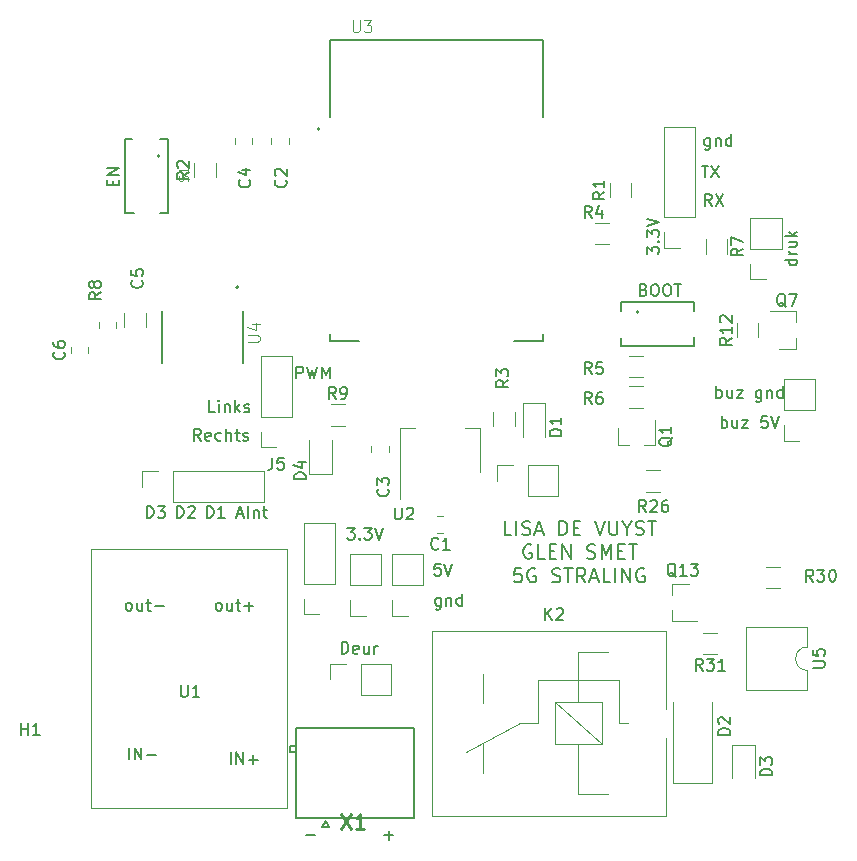
<source format=gto>
G04 #@! TF.GenerationSoftware,KiCad,Pcbnew,(5.1.9)-1*
G04 #@! TF.CreationDate,2021-04-08T22:43:58+02:00*
G04 #@! TF.ProjectId,autopcb,6175746f-7063-4622-9e6b-696361645f70,rev?*
G04 #@! TF.SameCoordinates,Original*
G04 #@! TF.FileFunction,Legend,Top*
G04 #@! TF.FilePolarity,Positive*
%FSLAX46Y46*%
G04 Gerber Fmt 4.6, Leading zero omitted, Abs format (unit mm)*
G04 Created by KiCad (PCBNEW (5.1.9)-1) date 2021-04-08 22:43:58*
%MOMM*%
%LPD*%
G01*
G04 APERTURE LIST*
%ADD10C,0.150000*%
%ADD11C,0.200000*%
%ADD12C,0.127000*%
%ADD13C,0.120000*%
%ADD14C,0.015000*%
%ADD15C,0.228600*%
G04 APERTURE END LIST*
D10*
X140779547Y-100972928D02*
X141541452Y-100972928D01*
X141160500Y-101353880D02*
X141160500Y-100591976D01*
X134175547Y-100972928D02*
X134937452Y-100972928D01*
X137168119Y-85605880D02*
X137168119Y-84605880D01*
X137406214Y-84605880D01*
X137549071Y-84653500D01*
X137644309Y-84748738D01*
X137691928Y-84843976D01*
X137739547Y-85034452D01*
X137739547Y-85177309D01*
X137691928Y-85367785D01*
X137644309Y-85463023D01*
X137549071Y-85558261D01*
X137406214Y-85605880D01*
X137168119Y-85605880D01*
X138549071Y-85558261D02*
X138453833Y-85605880D01*
X138263357Y-85605880D01*
X138168119Y-85558261D01*
X138120500Y-85463023D01*
X138120500Y-85082071D01*
X138168119Y-84986833D01*
X138263357Y-84939214D01*
X138453833Y-84939214D01*
X138549071Y-84986833D01*
X138596690Y-85082071D01*
X138596690Y-85177309D01*
X138120500Y-85272547D01*
X139453833Y-84939214D02*
X139453833Y-85605880D01*
X139025261Y-84939214D02*
X139025261Y-85463023D01*
X139072880Y-85558261D01*
X139168119Y-85605880D01*
X139310976Y-85605880D01*
X139406214Y-85558261D01*
X139453833Y-85510642D01*
X139930023Y-85605880D02*
X139930023Y-84939214D01*
X139930023Y-85129690D02*
X139977642Y-85034452D01*
X140025261Y-84986833D01*
X140120500Y-84939214D01*
X140215738Y-84939214D01*
X120673904Y-74112380D02*
X120673904Y-73112380D01*
X120912000Y-73112380D01*
X121054857Y-73160000D01*
X121150095Y-73255238D01*
X121197714Y-73350476D01*
X121245333Y-73540952D01*
X121245333Y-73683809D01*
X121197714Y-73874285D01*
X121150095Y-73969523D01*
X121054857Y-74064761D01*
X120912000Y-74112380D01*
X120673904Y-74112380D01*
X121578666Y-73112380D02*
X122197714Y-73112380D01*
X121864380Y-73493333D01*
X122007238Y-73493333D01*
X122102476Y-73540952D01*
X122150095Y-73588571D01*
X122197714Y-73683809D01*
X122197714Y-73921904D01*
X122150095Y-74017142D01*
X122102476Y-74064761D01*
X122007238Y-74112380D01*
X121721523Y-74112380D01*
X121626285Y-74064761D01*
X121578666Y-74017142D01*
X123213904Y-74112380D02*
X123213904Y-73112380D01*
X123452000Y-73112380D01*
X123594857Y-73160000D01*
X123690095Y-73255238D01*
X123737714Y-73350476D01*
X123785333Y-73540952D01*
X123785333Y-73683809D01*
X123737714Y-73874285D01*
X123690095Y-73969523D01*
X123594857Y-74064761D01*
X123452000Y-74112380D01*
X123213904Y-74112380D01*
X124166285Y-73207619D02*
X124213904Y-73160000D01*
X124309142Y-73112380D01*
X124547238Y-73112380D01*
X124642476Y-73160000D01*
X124690095Y-73207619D01*
X124737714Y-73302857D01*
X124737714Y-73398095D01*
X124690095Y-73540952D01*
X124118666Y-74112380D01*
X124737714Y-74112380D01*
X125753904Y-74112380D02*
X125753904Y-73112380D01*
X125992000Y-73112380D01*
X126134857Y-73160000D01*
X126230095Y-73255238D01*
X126277714Y-73350476D01*
X126325333Y-73540952D01*
X126325333Y-73683809D01*
X126277714Y-73874285D01*
X126230095Y-73969523D01*
X126134857Y-74064761D01*
X125992000Y-74112380D01*
X125753904Y-74112380D01*
X127277714Y-74112380D02*
X126706285Y-74112380D01*
X126992000Y-74112380D02*
X126992000Y-73112380D01*
X126896761Y-73255238D01*
X126801523Y-73350476D01*
X126706285Y-73398095D01*
X128325714Y-73826666D02*
X128801904Y-73826666D01*
X128230476Y-74112380D02*
X128563809Y-73112380D01*
X128897142Y-74112380D01*
X129230476Y-74112380D02*
X129230476Y-73112380D01*
X129706666Y-73445714D02*
X129706666Y-74112380D01*
X129706666Y-73540952D02*
X129754285Y-73493333D01*
X129849523Y-73445714D01*
X129992380Y-73445714D01*
X130087619Y-73493333D01*
X130135238Y-73588571D01*
X130135238Y-74112380D01*
X130468571Y-73445714D02*
X130849523Y-73445714D01*
X130611428Y-73112380D02*
X130611428Y-73969523D01*
X130659047Y-74064761D01*
X130754285Y-74112380D01*
X130849523Y-74112380D01*
X125246023Y-67571880D02*
X124912690Y-67095690D01*
X124674595Y-67571880D02*
X124674595Y-66571880D01*
X125055547Y-66571880D01*
X125150785Y-66619500D01*
X125198404Y-66667119D01*
X125246023Y-66762357D01*
X125246023Y-66905214D01*
X125198404Y-67000452D01*
X125150785Y-67048071D01*
X125055547Y-67095690D01*
X124674595Y-67095690D01*
X126055547Y-67524261D02*
X125960309Y-67571880D01*
X125769833Y-67571880D01*
X125674595Y-67524261D01*
X125626976Y-67429023D01*
X125626976Y-67048071D01*
X125674595Y-66952833D01*
X125769833Y-66905214D01*
X125960309Y-66905214D01*
X126055547Y-66952833D01*
X126103166Y-67048071D01*
X126103166Y-67143309D01*
X125626976Y-67238547D01*
X126960309Y-67524261D02*
X126865071Y-67571880D01*
X126674595Y-67571880D01*
X126579357Y-67524261D01*
X126531738Y-67476642D01*
X126484119Y-67381404D01*
X126484119Y-67095690D01*
X126531738Y-67000452D01*
X126579357Y-66952833D01*
X126674595Y-66905214D01*
X126865071Y-66905214D01*
X126960309Y-66952833D01*
X127388880Y-67571880D02*
X127388880Y-66571880D01*
X127817452Y-67571880D02*
X127817452Y-67048071D01*
X127769833Y-66952833D01*
X127674595Y-66905214D01*
X127531738Y-66905214D01*
X127436500Y-66952833D01*
X127388880Y-67000452D01*
X128150785Y-66905214D02*
X128531738Y-66905214D01*
X128293642Y-66571880D02*
X128293642Y-67429023D01*
X128341261Y-67524261D01*
X128436500Y-67571880D01*
X128531738Y-67571880D01*
X128817452Y-67524261D02*
X128912690Y-67571880D01*
X129103166Y-67571880D01*
X129198404Y-67524261D01*
X129246023Y-67429023D01*
X129246023Y-67381404D01*
X129198404Y-67286166D01*
X129103166Y-67238547D01*
X128960309Y-67238547D01*
X128865071Y-67190928D01*
X128817452Y-67095690D01*
X128817452Y-67048071D01*
X128865071Y-66952833D01*
X128960309Y-66905214D01*
X129103166Y-66905214D01*
X129198404Y-66952833D01*
X126444523Y-65158880D02*
X125968333Y-65158880D01*
X125968333Y-64158880D01*
X126777857Y-65158880D02*
X126777857Y-64492214D01*
X126777857Y-64158880D02*
X126730238Y-64206500D01*
X126777857Y-64254119D01*
X126825476Y-64206500D01*
X126777857Y-64158880D01*
X126777857Y-64254119D01*
X127254047Y-64492214D02*
X127254047Y-65158880D01*
X127254047Y-64587452D02*
X127301666Y-64539833D01*
X127396904Y-64492214D01*
X127539761Y-64492214D01*
X127635000Y-64539833D01*
X127682619Y-64635071D01*
X127682619Y-65158880D01*
X128158809Y-65158880D02*
X128158809Y-64158880D01*
X128254047Y-64777928D02*
X128539761Y-65158880D01*
X128539761Y-64492214D02*
X128158809Y-64873166D01*
X128920714Y-65111261D02*
X129015952Y-65158880D01*
X129206428Y-65158880D01*
X129301666Y-65111261D01*
X129349285Y-65016023D01*
X129349285Y-64968404D01*
X129301666Y-64873166D01*
X129206428Y-64825547D01*
X129063571Y-64825547D01*
X128968333Y-64777928D01*
X128920714Y-64682690D01*
X128920714Y-64635071D01*
X128968333Y-64539833D01*
X129063571Y-64492214D01*
X129206428Y-64492214D01*
X129301666Y-64539833D01*
X133342238Y-62301380D02*
X133342238Y-61301380D01*
X133723190Y-61301380D01*
X133818428Y-61349000D01*
X133866047Y-61396619D01*
X133913666Y-61491857D01*
X133913666Y-61634714D01*
X133866047Y-61729952D01*
X133818428Y-61777571D01*
X133723190Y-61825190D01*
X133342238Y-61825190D01*
X134247000Y-61301380D02*
X134485095Y-62301380D01*
X134675571Y-61587095D01*
X134866047Y-62301380D01*
X135104142Y-61301380D01*
X135485095Y-62301380D02*
X135485095Y-61301380D01*
X135818428Y-62015666D01*
X136151761Y-61301380D01*
X136151761Y-62301380D01*
X162726857Y-54792571D02*
X162869714Y-54840190D01*
X162917333Y-54887809D01*
X162964952Y-54983047D01*
X162964952Y-55125904D01*
X162917333Y-55221142D01*
X162869714Y-55268761D01*
X162774476Y-55316380D01*
X162393523Y-55316380D01*
X162393523Y-54316380D01*
X162726857Y-54316380D01*
X162822095Y-54364000D01*
X162869714Y-54411619D01*
X162917333Y-54506857D01*
X162917333Y-54602095D01*
X162869714Y-54697333D01*
X162822095Y-54744952D01*
X162726857Y-54792571D01*
X162393523Y-54792571D01*
X163584000Y-54316380D02*
X163774476Y-54316380D01*
X163869714Y-54364000D01*
X163964952Y-54459238D01*
X164012571Y-54649714D01*
X164012571Y-54983047D01*
X163964952Y-55173523D01*
X163869714Y-55268761D01*
X163774476Y-55316380D01*
X163584000Y-55316380D01*
X163488761Y-55268761D01*
X163393523Y-55173523D01*
X163345904Y-54983047D01*
X163345904Y-54649714D01*
X163393523Y-54459238D01*
X163488761Y-54364000D01*
X163584000Y-54316380D01*
X164631619Y-54316380D02*
X164822095Y-54316380D01*
X164917333Y-54364000D01*
X165012571Y-54459238D01*
X165060190Y-54649714D01*
X165060190Y-54983047D01*
X165012571Y-55173523D01*
X164917333Y-55268761D01*
X164822095Y-55316380D01*
X164631619Y-55316380D01*
X164536380Y-55268761D01*
X164441142Y-55173523D01*
X164393523Y-54983047D01*
X164393523Y-54649714D01*
X164441142Y-54459238D01*
X164536380Y-54364000D01*
X164631619Y-54316380D01*
X165345904Y-54316380D02*
X165917333Y-54316380D01*
X165631619Y-55316380D02*
X165631619Y-54316380D01*
X117784571Y-45950095D02*
X117784571Y-45616761D01*
X118308380Y-45473904D02*
X118308380Y-45950095D01*
X117308380Y-45950095D01*
X117308380Y-45473904D01*
X118308380Y-45045333D02*
X117308380Y-45045333D01*
X118308380Y-44473904D01*
X117308380Y-44473904D01*
X168894476Y-63952380D02*
X168894476Y-62952380D01*
X168894476Y-63333333D02*
X168989714Y-63285714D01*
X169180190Y-63285714D01*
X169275428Y-63333333D01*
X169323047Y-63380952D01*
X169370666Y-63476190D01*
X169370666Y-63761904D01*
X169323047Y-63857142D01*
X169275428Y-63904761D01*
X169180190Y-63952380D01*
X168989714Y-63952380D01*
X168894476Y-63904761D01*
X170227809Y-63285714D02*
X170227809Y-63952380D01*
X169799238Y-63285714D02*
X169799238Y-63809523D01*
X169846857Y-63904761D01*
X169942095Y-63952380D01*
X170084952Y-63952380D01*
X170180190Y-63904761D01*
X170227809Y-63857142D01*
X170608761Y-63285714D02*
X171132571Y-63285714D01*
X170608761Y-63952380D01*
X171132571Y-63952380D01*
X172704000Y-63285714D02*
X172704000Y-64095238D01*
X172656380Y-64190476D01*
X172608761Y-64238095D01*
X172513523Y-64285714D01*
X172370666Y-64285714D01*
X172275428Y-64238095D01*
X172704000Y-63904761D02*
X172608761Y-63952380D01*
X172418285Y-63952380D01*
X172323047Y-63904761D01*
X172275428Y-63857142D01*
X172227809Y-63761904D01*
X172227809Y-63476190D01*
X172275428Y-63380952D01*
X172323047Y-63333333D01*
X172418285Y-63285714D01*
X172608761Y-63285714D01*
X172704000Y-63333333D01*
X173180190Y-63285714D02*
X173180190Y-63952380D01*
X173180190Y-63380952D02*
X173227809Y-63333333D01*
X173323047Y-63285714D01*
X173465904Y-63285714D01*
X173561142Y-63333333D01*
X173608761Y-63428571D01*
X173608761Y-63952380D01*
X174513523Y-63952380D02*
X174513523Y-62952380D01*
X174513523Y-63904761D02*
X174418285Y-63952380D01*
X174227809Y-63952380D01*
X174132571Y-63904761D01*
X174084952Y-63857142D01*
X174037333Y-63761904D01*
X174037333Y-63476190D01*
X174084952Y-63380952D01*
X174132571Y-63333333D01*
X174227809Y-63285714D01*
X174418285Y-63285714D01*
X174513523Y-63333333D01*
X169346857Y-66492380D02*
X169346857Y-65492380D01*
X169346857Y-65873333D02*
X169442095Y-65825714D01*
X169632571Y-65825714D01*
X169727809Y-65873333D01*
X169775428Y-65920952D01*
X169823047Y-66016190D01*
X169823047Y-66301904D01*
X169775428Y-66397142D01*
X169727809Y-66444761D01*
X169632571Y-66492380D01*
X169442095Y-66492380D01*
X169346857Y-66444761D01*
X170680190Y-65825714D02*
X170680190Y-66492380D01*
X170251619Y-65825714D02*
X170251619Y-66349523D01*
X170299238Y-66444761D01*
X170394476Y-66492380D01*
X170537333Y-66492380D01*
X170632571Y-66444761D01*
X170680190Y-66397142D01*
X171061142Y-65825714D02*
X171584952Y-65825714D01*
X171061142Y-66492380D01*
X171584952Y-66492380D01*
X173204000Y-65492380D02*
X172727809Y-65492380D01*
X172680190Y-65968571D01*
X172727809Y-65920952D01*
X172823047Y-65873333D01*
X173061142Y-65873333D01*
X173156380Y-65920952D01*
X173204000Y-65968571D01*
X173251619Y-66063809D01*
X173251619Y-66301904D01*
X173204000Y-66397142D01*
X173156380Y-66444761D01*
X173061142Y-66492380D01*
X172823047Y-66492380D01*
X172727809Y-66444761D01*
X172680190Y-66397142D01*
X173537333Y-65492380D02*
X173870666Y-66492380D01*
X174204000Y-65492380D01*
X175712380Y-52260380D02*
X174712380Y-52260380D01*
X175664761Y-52260380D02*
X175712380Y-52355619D01*
X175712380Y-52546095D01*
X175664761Y-52641333D01*
X175617142Y-52688952D01*
X175521904Y-52736571D01*
X175236190Y-52736571D01*
X175140952Y-52688952D01*
X175093333Y-52641333D01*
X175045714Y-52546095D01*
X175045714Y-52355619D01*
X175093333Y-52260380D01*
X175712380Y-51784190D02*
X175045714Y-51784190D01*
X175236190Y-51784190D02*
X175140952Y-51736571D01*
X175093333Y-51688952D01*
X175045714Y-51593714D01*
X175045714Y-51498476D01*
X175045714Y-50736571D02*
X175712380Y-50736571D01*
X175045714Y-51165142D02*
X175569523Y-51165142D01*
X175664761Y-51117523D01*
X175712380Y-51022285D01*
X175712380Y-50879428D01*
X175664761Y-50784190D01*
X175617142Y-50736571D01*
X175712380Y-50260380D02*
X174712380Y-50260380D01*
X175331428Y-50165142D02*
X175712380Y-49879428D01*
X175045714Y-49879428D02*
X175426666Y-50260380D01*
X163028380Y-51768190D02*
X163028380Y-51149142D01*
X163409333Y-51482476D01*
X163409333Y-51339619D01*
X163456952Y-51244380D01*
X163504571Y-51196761D01*
X163599809Y-51149142D01*
X163837904Y-51149142D01*
X163933142Y-51196761D01*
X163980761Y-51244380D01*
X164028380Y-51339619D01*
X164028380Y-51625333D01*
X163980761Y-51720571D01*
X163933142Y-51768190D01*
X163933142Y-50720571D02*
X163980761Y-50672952D01*
X164028380Y-50720571D01*
X163980761Y-50768190D01*
X163933142Y-50720571D01*
X164028380Y-50720571D01*
X163028380Y-50339619D02*
X163028380Y-49720571D01*
X163409333Y-50053904D01*
X163409333Y-49911047D01*
X163456952Y-49815809D01*
X163504571Y-49768190D01*
X163599809Y-49720571D01*
X163837904Y-49720571D01*
X163933142Y-49768190D01*
X163980761Y-49815809D01*
X164028380Y-49911047D01*
X164028380Y-50196761D01*
X163980761Y-50292000D01*
X163933142Y-50339619D01*
X163028380Y-49434857D02*
X164028380Y-49101523D01*
X163028380Y-48768190D01*
X168489333Y-47696380D02*
X168156000Y-47220190D01*
X167917904Y-47696380D02*
X167917904Y-46696380D01*
X168298857Y-46696380D01*
X168394095Y-46744000D01*
X168441714Y-46791619D01*
X168489333Y-46886857D01*
X168489333Y-47029714D01*
X168441714Y-47124952D01*
X168394095Y-47172571D01*
X168298857Y-47220190D01*
X167917904Y-47220190D01*
X168822666Y-46696380D02*
X169489333Y-47696380D01*
X169489333Y-46696380D02*
X168822666Y-47696380D01*
X145550023Y-80875214D02*
X145550023Y-81684738D01*
X145502404Y-81779976D01*
X145454785Y-81827595D01*
X145359547Y-81875214D01*
X145216690Y-81875214D01*
X145121452Y-81827595D01*
X145550023Y-81494261D02*
X145454785Y-81541880D01*
X145264309Y-81541880D01*
X145169071Y-81494261D01*
X145121452Y-81446642D01*
X145073833Y-81351404D01*
X145073833Y-81065690D01*
X145121452Y-80970452D01*
X145169071Y-80922833D01*
X145264309Y-80875214D01*
X145454785Y-80875214D01*
X145550023Y-80922833D01*
X146026214Y-80875214D02*
X146026214Y-81541880D01*
X146026214Y-80970452D02*
X146073833Y-80922833D01*
X146169071Y-80875214D01*
X146311928Y-80875214D01*
X146407166Y-80922833D01*
X146454785Y-81018071D01*
X146454785Y-81541880D01*
X147359547Y-81541880D02*
X147359547Y-80541880D01*
X147359547Y-81494261D02*
X147264309Y-81541880D01*
X147073833Y-81541880D01*
X146978595Y-81494261D01*
X146930976Y-81446642D01*
X146883357Y-81351404D01*
X146883357Y-81065690D01*
X146930976Y-80970452D01*
X146978595Y-80922833D01*
X147073833Y-80875214D01*
X147264309Y-80875214D01*
X147359547Y-80922833D01*
X145542023Y-78001880D02*
X145065833Y-78001880D01*
X145018214Y-78478071D01*
X145065833Y-78430452D01*
X145161071Y-78382833D01*
X145399166Y-78382833D01*
X145494404Y-78430452D01*
X145542023Y-78478071D01*
X145589642Y-78573309D01*
X145589642Y-78811404D01*
X145542023Y-78906642D01*
X145494404Y-78954261D01*
X145399166Y-79001880D01*
X145161071Y-79001880D01*
X145065833Y-78954261D01*
X145018214Y-78906642D01*
X145875357Y-78001880D02*
X146208690Y-79001880D01*
X146542023Y-78001880D01*
X137652309Y-74953880D02*
X138271357Y-74953880D01*
X137938023Y-75334833D01*
X138080880Y-75334833D01*
X138176119Y-75382452D01*
X138223738Y-75430071D01*
X138271357Y-75525309D01*
X138271357Y-75763404D01*
X138223738Y-75858642D01*
X138176119Y-75906261D01*
X138080880Y-75953880D01*
X137795166Y-75953880D01*
X137699928Y-75906261D01*
X137652309Y-75858642D01*
X138699928Y-75858642D02*
X138747547Y-75906261D01*
X138699928Y-75953880D01*
X138652309Y-75906261D01*
X138699928Y-75858642D01*
X138699928Y-75953880D01*
X139080880Y-74953880D02*
X139699928Y-74953880D01*
X139366595Y-75334833D01*
X139509452Y-75334833D01*
X139604690Y-75382452D01*
X139652309Y-75430071D01*
X139699928Y-75525309D01*
X139699928Y-75763404D01*
X139652309Y-75858642D01*
X139604690Y-75906261D01*
X139509452Y-75953880D01*
X139223738Y-75953880D01*
X139128500Y-75906261D01*
X139080880Y-75858642D01*
X139985642Y-74953880D02*
X140318976Y-75953880D01*
X140652309Y-74953880D01*
D11*
X151546642Y-75568357D02*
X150975214Y-75568357D01*
X150975214Y-74368357D01*
X151946642Y-75568357D02*
X151946642Y-74368357D01*
X152460928Y-75511214D02*
X152632357Y-75568357D01*
X152918071Y-75568357D01*
X153032357Y-75511214D01*
X153089500Y-75454071D01*
X153146642Y-75339785D01*
X153146642Y-75225500D01*
X153089500Y-75111214D01*
X153032357Y-75054071D01*
X152918071Y-74996928D01*
X152689500Y-74939785D01*
X152575214Y-74882642D01*
X152518071Y-74825500D01*
X152460928Y-74711214D01*
X152460928Y-74596928D01*
X152518071Y-74482642D01*
X152575214Y-74425500D01*
X152689500Y-74368357D01*
X152975214Y-74368357D01*
X153146642Y-74425500D01*
X153603785Y-75225500D02*
X154175214Y-75225500D01*
X153489500Y-75568357D02*
X153889500Y-74368357D01*
X154289500Y-75568357D01*
X155603785Y-75568357D02*
X155603785Y-74368357D01*
X155889500Y-74368357D01*
X156060928Y-74425500D01*
X156175214Y-74539785D01*
X156232357Y-74654071D01*
X156289500Y-74882642D01*
X156289500Y-75054071D01*
X156232357Y-75282642D01*
X156175214Y-75396928D01*
X156060928Y-75511214D01*
X155889500Y-75568357D01*
X155603785Y-75568357D01*
X156803785Y-74939785D02*
X157203785Y-74939785D01*
X157375214Y-75568357D02*
X156803785Y-75568357D01*
X156803785Y-74368357D01*
X157375214Y-74368357D01*
X158632357Y-74368357D02*
X159032357Y-75568357D01*
X159432357Y-74368357D01*
X159832357Y-74368357D02*
X159832357Y-75339785D01*
X159889500Y-75454071D01*
X159946642Y-75511214D01*
X160060928Y-75568357D01*
X160289500Y-75568357D01*
X160403785Y-75511214D01*
X160460928Y-75454071D01*
X160518071Y-75339785D01*
X160518071Y-74368357D01*
X161318071Y-74996928D02*
X161318071Y-75568357D01*
X160918071Y-74368357D02*
X161318071Y-74996928D01*
X161718071Y-74368357D01*
X162060928Y-75511214D02*
X162232357Y-75568357D01*
X162518071Y-75568357D01*
X162632357Y-75511214D01*
X162689500Y-75454071D01*
X162746642Y-75339785D01*
X162746642Y-75225500D01*
X162689500Y-75111214D01*
X162632357Y-75054071D01*
X162518071Y-74996928D01*
X162289500Y-74939785D01*
X162175214Y-74882642D01*
X162118071Y-74825500D01*
X162060928Y-74711214D01*
X162060928Y-74596928D01*
X162118071Y-74482642D01*
X162175214Y-74425500D01*
X162289500Y-74368357D01*
X162575214Y-74368357D01*
X162746642Y-74425500D01*
X163089500Y-74368357D02*
X163775214Y-74368357D01*
X163432357Y-75568357D02*
X163432357Y-74368357D01*
X153232357Y-76425500D02*
X153118071Y-76368357D01*
X152946642Y-76368357D01*
X152775214Y-76425500D01*
X152660928Y-76539785D01*
X152603785Y-76654071D01*
X152546642Y-76882642D01*
X152546642Y-77054071D01*
X152603785Y-77282642D01*
X152660928Y-77396928D01*
X152775214Y-77511214D01*
X152946642Y-77568357D01*
X153060928Y-77568357D01*
X153232357Y-77511214D01*
X153289500Y-77454071D01*
X153289500Y-77054071D01*
X153060928Y-77054071D01*
X154375214Y-77568357D02*
X153803785Y-77568357D01*
X153803785Y-76368357D01*
X154775214Y-76939785D02*
X155175214Y-76939785D01*
X155346642Y-77568357D02*
X154775214Y-77568357D01*
X154775214Y-76368357D01*
X155346642Y-76368357D01*
X155860928Y-77568357D02*
X155860928Y-76368357D01*
X156546642Y-77568357D01*
X156546642Y-76368357D01*
X157975214Y-77511214D02*
X158146642Y-77568357D01*
X158432357Y-77568357D01*
X158546642Y-77511214D01*
X158603785Y-77454071D01*
X158660928Y-77339785D01*
X158660928Y-77225500D01*
X158603785Y-77111214D01*
X158546642Y-77054071D01*
X158432357Y-76996928D01*
X158203785Y-76939785D01*
X158089500Y-76882642D01*
X158032357Y-76825500D01*
X157975214Y-76711214D01*
X157975214Y-76596928D01*
X158032357Y-76482642D01*
X158089500Y-76425500D01*
X158203785Y-76368357D01*
X158489500Y-76368357D01*
X158660928Y-76425500D01*
X159175214Y-77568357D02*
X159175214Y-76368357D01*
X159575214Y-77225500D01*
X159975214Y-76368357D01*
X159975214Y-77568357D01*
X160546642Y-76939785D02*
X160946642Y-76939785D01*
X161118071Y-77568357D02*
X160546642Y-77568357D01*
X160546642Y-76368357D01*
X161118071Y-76368357D01*
X161460928Y-76368357D02*
X162146642Y-76368357D01*
X161803785Y-77568357D02*
X161803785Y-76368357D01*
X152375214Y-78368357D02*
X151803785Y-78368357D01*
X151746642Y-78939785D01*
X151803785Y-78882642D01*
X151918071Y-78825500D01*
X152203785Y-78825500D01*
X152318071Y-78882642D01*
X152375214Y-78939785D01*
X152432357Y-79054071D01*
X152432357Y-79339785D01*
X152375214Y-79454071D01*
X152318071Y-79511214D01*
X152203785Y-79568357D01*
X151918071Y-79568357D01*
X151803785Y-79511214D01*
X151746642Y-79454071D01*
X153575214Y-78425500D02*
X153460928Y-78368357D01*
X153289500Y-78368357D01*
X153118071Y-78425500D01*
X153003785Y-78539785D01*
X152946642Y-78654071D01*
X152889500Y-78882642D01*
X152889500Y-79054071D01*
X152946642Y-79282642D01*
X153003785Y-79396928D01*
X153118071Y-79511214D01*
X153289500Y-79568357D01*
X153403785Y-79568357D01*
X153575214Y-79511214D01*
X153632357Y-79454071D01*
X153632357Y-79054071D01*
X153403785Y-79054071D01*
X155003785Y-79511214D02*
X155175214Y-79568357D01*
X155460928Y-79568357D01*
X155575214Y-79511214D01*
X155632357Y-79454071D01*
X155689500Y-79339785D01*
X155689500Y-79225500D01*
X155632357Y-79111214D01*
X155575214Y-79054071D01*
X155460928Y-78996928D01*
X155232357Y-78939785D01*
X155118071Y-78882642D01*
X155060928Y-78825500D01*
X155003785Y-78711214D01*
X155003785Y-78596928D01*
X155060928Y-78482642D01*
X155118071Y-78425500D01*
X155232357Y-78368357D01*
X155518071Y-78368357D01*
X155689500Y-78425500D01*
X156032357Y-78368357D02*
X156718071Y-78368357D01*
X156375214Y-79568357D02*
X156375214Y-78368357D01*
X157803785Y-79568357D02*
X157403785Y-78996928D01*
X157118071Y-79568357D02*
X157118071Y-78368357D01*
X157575214Y-78368357D01*
X157689500Y-78425500D01*
X157746642Y-78482642D01*
X157803785Y-78596928D01*
X157803785Y-78768357D01*
X157746642Y-78882642D01*
X157689500Y-78939785D01*
X157575214Y-78996928D01*
X157118071Y-78996928D01*
X158260928Y-79225500D02*
X158832357Y-79225500D01*
X158146642Y-79568357D02*
X158546642Y-78368357D01*
X158946642Y-79568357D01*
X159918071Y-79568357D02*
X159346642Y-79568357D01*
X159346642Y-78368357D01*
X160318071Y-79568357D02*
X160318071Y-78368357D01*
X160889500Y-79568357D02*
X160889500Y-78368357D01*
X161575214Y-79568357D01*
X161575214Y-78368357D01*
X162775214Y-78425500D02*
X162660928Y-78368357D01*
X162489500Y-78368357D01*
X162318071Y-78425500D01*
X162203785Y-78539785D01*
X162146642Y-78654071D01*
X162089500Y-78882642D01*
X162089500Y-79054071D01*
X162146642Y-79282642D01*
X162203785Y-79396928D01*
X162318071Y-79511214D01*
X162489500Y-79568357D01*
X162603785Y-79568357D01*
X162775214Y-79511214D01*
X162832357Y-79454071D01*
X162832357Y-79054071D01*
X162603785Y-79054071D01*
D10*
X167640095Y-44283380D02*
X168211523Y-44283380D01*
X167925809Y-45283380D02*
X167925809Y-44283380D01*
X168449619Y-44283380D02*
X169116285Y-45283380D01*
X169116285Y-44283380D02*
X168449619Y-45283380D01*
X168346523Y-41949714D02*
X168346523Y-42759238D01*
X168298904Y-42854476D01*
X168251285Y-42902095D01*
X168156047Y-42949714D01*
X168013190Y-42949714D01*
X167917952Y-42902095D01*
X168346523Y-42568761D02*
X168251285Y-42616380D01*
X168060809Y-42616380D01*
X167965571Y-42568761D01*
X167917952Y-42521142D01*
X167870333Y-42425904D01*
X167870333Y-42140190D01*
X167917952Y-42044952D01*
X167965571Y-41997333D01*
X168060809Y-41949714D01*
X168251285Y-41949714D01*
X168346523Y-41997333D01*
X168822714Y-41949714D02*
X168822714Y-42616380D01*
X168822714Y-42044952D02*
X168870333Y-41997333D01*
X168965571Y-41949714D01*
X169108428Y-41949714D01*
X169203666Y-41997333D01*
X169251285Y-42092571D01*
X169251285Y-42616380D01*
X170156047Y-42616380D02*
X170156047Y-41616380D01*
X170156047Y-42568761D02*
X170060809Y-42616380D01*
X169870333Y-42616380D01*
X169775095Y-42568761D01*
X169727476Y-42521142D01*
X169679857Y-42425904D01*
X169679857Y-42140190D01*
X169727476Y-42044952D01*
X169775095Y-41997333D01*
X169870333Y-41949714D01*
X170060809Y-41949714D01*
X170156047Y-41997333D01*
D12*
X154202000Y-33670000D02*
X154202000Y-40170000D01*
X136202000Y-33670000D02*
X154202000Y-33670000D01*
X136202000Y-40170000D02*
X136202000Y-33670000D01*
X154202000Y-59170000D02*
X154202000Y-58520000D01*
X151752000Y-59170000D02*
X154202000Y-59170000D01*
X136202000Y-59170000D02*
X138652000Y-59170000D01*
X136202000Y-58520000D02*
X136202000Y-59170000D01*
D11*
X135302000Y-41170000D02*
G75*
G03*
X135302000Y-41170000I-100000J0D01*
G01*
D13*
X170641600Y-58833164D02*
X170641600Y-57629036D01*
X172461600Y-58833164D02*
X172461600Y-57629036D01*
X175629600Y-59781600D02*
X175629600Y-58851600D01*
X175629600Y-56621600D02*
X175629600Y-57551600D01*
X175629600Y-56621600D02*
X173469600Y-56621600D01*
X175629600Y-59781600D02*
X174169600Y-59781600D01*
X174431000Y-51308000D02*
X171771000Y-51308000D01*
X174431000Y-51308000D02*
X174431000Y-48708000D01*
X174431000Y-48708000D02*
X171771000Y-48708000D01*
X171771000Y-51308000D02*
X171771000Y-48708000D01*
X171771000Y-53908000D02*
X171771000Y-52578000D01*
X173101000Y-53908000D02*
X171771000Y-53908000D01*
X115914780Y-98709100D02*
X132514780Y-98709100D01*
X132514780Y-98709100D02*
X132514780Y-76709100D01*
X132514780Y-76709100D02*
X115914780Y-76709100D01*
X115914780Y-76709100D02*
X115914780Y-98709100D01*
X115914780Y-98709100D02*
X132514780Y-98709100D01*
X145780152Y-75404600D02*
X145257648Y-75404600D01*
X145780152Y-73934600D02*
X145257648Y-73934600D01*
X132688000Y-42497552D02*
X132688000Y-41975048D01*
X131218000Y-42497552D02*
X131218000Y-41975048D01*
X141152400Y-68036848D02*
X141152400Y-68559352D01*
X139682400Y-68036848D02*
X139682400Y-68559352D01*
X129614600Y-42501452D02*
X129614600Y-41978948D01*
X128144600Y-42501452D02*
X128144600Y-41978948D01*
X152506800Y-64374200D02*
X152506800Y-67234200D01*
X154426800Y-64374200D02*
X152506800Y-64374200D01*
X154426800Y-67234200D02*
X154426800Y-64374200D01*
X165246900Y-96572100D02*
X165246900Y-89672100D01*
X168546900Y-96572100D02*
X168546900Y-89672100D01*
X165246900Y-96572100D02*
X168546900Y-96572100D01*
X172174900Y-96171100D02*
X172174900Y-93311100D01*
X172174900Y-93311100D02*
X170254900Y-93311100D01*
X170254900Y-93311100D02*
X170254900Y-96171100D01*
X167122000Y-48660000D02*
X164462000Y-48660000D01*
X167122000Y-48660000D02*
X167122000Y-40980000D01*
X167122000Y-40980000D02*
X164462000Y-40980000D01*
X164462000Y-48660000D02*
X164462000Y-40980000D01*
X164462000Y-51260000D02*
X164462000Y-49930000D01*
X165792000Y-51260000D02*
X164462000Y-51260000D01*
X150308000Y-70967600D02*
X150308000Y-69637600D01*
X150308000Y-69637600D02*
X151638000Y-69637600D01*
X152908000Y-69637600D02*
X155508000Y-69637600D01*
X155508000Y-72297600D02*
X155508000Y-69637600D01*
X152908000Y-72297600D02*
X155508000Y-72297600D01*
X152908000Y-72297600D02*
X152908000Y-69637600D01*
X131635500Y-68132000D02*
X130305500Y-68132000D01*
X130305500Y-68132000D02*
X130305500Y-66802000D01*
X130305500Y-65532000D02*
X130305500Y-60392000D01*
X132965500Y-60392000D02*
X130305500Y-60392000D01*
X132965500Y-65532000D02*
X132965500Y-60392000D01*
X132965500Y-65532000D02*
X130305500Y-65532000D01*
X120285200Y-71475600D02*
X120285200Y-70145600D01*
X120285200Y-70145600D02*
X121615200Y-70145600D01*
X122885200Y-70145600D02*
X130565200Y-70145600D01*
X130565200Y-72805600D02*
X130565200Y-70145600D01*
X122885200Y-72805600D02*
X130565200Y-72805600D01*
X122885200Y-72805600D02*
X122885200Y-70145600D01*
X155208900Y-89666100D02*
X159208900Y-89666100D01*
X155208900Y-93266100D02*
X155208900Y-89666100D01*
X159208900Y-93266100D02*
X155208900Y-93266100D01*
X159208900Y-89666100D02*
X159208900Y-93266100D01*
X155208900Y-89666100D02*
X159208900Y-93266100D01*
X157208900Y-89666100D02*
X157208900Y-85466100D01*
X157208900Y-97466100D02*
X157208900Y-93266100D01*
X160608900Y-91466100D02*
X160608900Y-87866100D01*
X153808900Y-91466100D02*
X153808900Y-87866100D01*
X153808900Y-87866100D02*
X160608900Y-87866100D01*
X152308900Y-91466100D02*
X147708900Y-93966100D01*
X153808900Y-91466100D02*
X152308900Y-91466100D01*
X157208900Y-97466100D02*
X159708900Y-97466100D01*
X160608900Y-91466100D02*
X161408900Y-91466100D01*
X159708900Y-85466100D02*
X157208900Y-85466100D01*
X149108900Y-95716100D02*
X149108900Y-93216100D01*
X149108900Y-87316100D02*
X149108900Y-89766100D01*
X144858900Y-83716100D02*
X164658900Y-83716100D01*
X144858900Y-99316100D02*
X144858900Y-83716100D01*
X164658900Y-99316100D02*
X144858900Y-99316100D01*
X164658900Y-99316100D02*
X164658900Y-92716100D01*
X164658900Y-90316100D02*
X164658900Y-83716100D01*
X160541800Y-67962200D02*
X160541800Y-66502200D01*
X163701800Y-67962200D02*
X163701800Y-65802200D01*
X163701800Y-67962200D02*
X162771800Y-67962200D01*
X160541800Y-67962200D02*
X161471800Y-67962200D01*
X165136900Y-79696100D02*
X166596900Y-79696100D01*
X165136900Y-82856100D02*
X167296900Y-82856100D01*
X165136900Y-82856100D02*
X165136900Y-81926100D01*
X165136900Y-79696100D02*
X165136900Y-80626100D01*
X159872000Y-46957064D02*
X159872000Y-45752936D01*
X161692000Y-46957064D02*
X161692000Y-45752936D01*
X126513000Y-45269564D02*
X126513000Y-44065436D01*
X124693000Y-45269564D02*
X124693000Y-44065436D01*
X151836800Y-66351564D02*
X151836800Y-65147436D01*
X150016800Y-66351564D02*
X150016800Y-65147436D01*
X158619436Y-49128000D02*
X159823564Y-49128000D01*
X158619436Y-50948000D02*
X159823564Y-50948000D01*
X162690564Y-62200200D02*
X161486436Y-62200200D01*
X162690564Y-60380200D02*
X161486436Y-60380200D01*
X162687364Y-62990200D02*
X161483236Y-62990200D01*
X162687364Y-64810200D02*
X161483236Y-64810200D01*
X162953236Y-70102200D02*
X164157364Y-70102200D01*
X162953236Y-71922200D02*
X164157364Y-71922200D01*
X174320464Y-78268100D02*
X173116336Y-78268100D01*
X174320464Y-80088100D02*
X173116336Y-80088100D01*
X168986464Y-85676100D02*
X167782336Y-85676100D01*
X168986464Y-83856100D02*
X167782336Y-83856100D01*
D11*
X121750000Y-42064000D02*
X122500000Y-42064000D01*
X122500000Y-42064000D02*
X122500000Y-48264000D01*
X122500000Y-48264000D02*
X121750000Y-48264000D01*
X119450000Y-42064000D02*
X118800000Y-42064000D01*
X118800000Y-42064000D02*
X118800000Y-48264000D01*
X118800000Y-48264000D02*
X119550000Y-48264000D01*
X121750000Y-43464000D02*
G75*
G03*
X121750000Y-43464000I-100000J0D01*
G01*
X162334400Y-56683400D02*
G75*
G03*
X162334400Y-56683400I-100000J0D01*
G01*
X167034400Y-59533400D02*
X167034400Y-58783400D01*
X160834400Y-59533400D02*
X167034400Y-59533400D01*
X160834400Y-58883400D02*
X160834400Y-59533400D01*
X167034400Y-55833400D02*
X167034400Y-56583400D01*
X160834400Y-55833400D02*
X167034400Y-55833400D01*
X160834400Y-56583400D02*
X160834400Y-55833400D01*
D13*
X142087400Y-72521600D02*
X142087400Y-66511600D01*
X148907400Y-70271600D02*
X148907400Y-66511600D01*
X142087400Y-66511600D02*
X143347400Y-66511600D01*
X148907400Y-66511600D02*
X147647400Y-66511600D01*
X176608900Y-88686100D02*
X176608900Y-87036100D01*
X171408900Y-88686100D02*
X176608900Y-88686100D01*
X171408900Y-83386100D02*
X171408900Y-88686100D01*
X176608900Y-83386100D02*
X171408900Y-83386100D01*
X176608900Y-85036100D02*
X176608900Y-83386100D01*
X176608900Y-87036100D02*
G75*
G02*
X176608900Y-85036100I0J1000000D01*
G01*
D12*
X133306820Y-91932760D02*
X143304260Y-91932760D01*
X143304260Y-91932760D02*
X143304260Y-99529900D01*
X143304260Y-99529900D02*
X133306820Y-99529900D01*
X133306820Y-99529900D02*
X133306820Y-93931740D01*
X133306820Y-93931740D02*
X133306820Y-93431360D01*
X133306820Y-93431360D02*
X133306820Y-91932760D01*
X133306820Y-93931740D02*
X132806440Y-93931740D01*
X132806440Y-93931740D02*
X132806440Y-93431360D01*
X132806440Y-93431360D02*
X133306820Y-93431360D01*
X135493760Y-100256340D02*
X135811260Y-99781360D01*
X135811260Y-99781360D02*
X136128760Y-100256340D01*
X136128760Y-100256340D02*
X135493760Y-100256340D01*
D13*
X135273900Y-82286100D02*
X133943900Y-82286100D01*
X133943900Y-82286100D02*
X133943900Y-80956100D01*
X133943900Y-79686100D02*
X133943900Y-74546100D01*
X136603900Y-74546100D02*
X133943900Y-74546100D01*
X136603900Y-79686100D02*
X136603900Y-74546100D01*
X136603900Y-79686100D02*
X133943900Y-79686100D01*
X139210900Y-82413100D02*
X137880900Y-82413100D01*
X137880900Y-82413100D02*
X137880900Y-81083100D01*
X137880900Y-79813100D02*
X137880900Y-77213100D01*
X140540900Y-77213100D02*
X137880900Y-77213100D01*
X140540900Y-79813100D02*
X140540900Y-77213100D01*
X140540900Y-79813100D02*
X137880900Y-79813100D01*
X144096900Y-79813100D02*
X141436900Y-79813100D01*
X144096900Y-79813100D02*
X144096900Y-77213100D01*
X144096900Y-77213100D02*
X141436900Y-77213100D01*
X141436900Y-79813100D02*
X141436900Y-77213100D01*
X141436900Y-82413100D02*
X141436900Y-81083100D01*
X142766900Y-82413100D02*
X141436900Y-82413100D01*
X177250400Y-64973200D02*
X174590400Y-64973200D01*
X177250400Y-64973200D02*
X177250400Y-62373200D01*
X177250400Y-62373200D02*
X174590400Y-62373200D01*
X174590400Y-64973200D02*
X174590400Y-62373200D01*
X174590400Y-67573200D02*
X174590400Y-66243200D01*
X175920400Y-67573200D02*
X174590400Y-67573200D01*
X136172900Y-87795100D02*
X136172900Y-86465100D01*
X136172900Y-86465100D02*
X137502900Y-86465100D01*
X138772900Y-86465100D02*
X141372900Y-86465100D01*
X141372900Y-89125100D02*
X141372900Y-86465100D01*
X138772900Y-89125100D02*
X141372900Y-89125100D01*
X138772900Y-89125100D02*
X138772900Y-86465100D01*
D12*
X121945800Y-56575800D02*
X121945800Y-60975800D01*
X128845800Y-56575800D02*
X128845800Y-60975800D01*
D11*
X128420800Y-54585800D02*
G75*
G03*
X128420800Y-54585800I-100000J0D01*
G01*
D13*
X116613000Y-57527648D02*
X116613000Y-58050152D01*
X118083000Y-57527648D02*
X118083000Y-58050152D01*
X114225400Y-60175952D02*
X114225400Y-59653448D01*
X115695400Y-60175952D02*
X115695400Y-59653448D01*
X169820000Y-51746564D02*
X169820000Y-50542436D01*
X168000000Y-51746564D02*
X168000000Y-50542436D01*
X118774800Y-57969564D02*
X118774800Y-56765436D01*
X120594800Y-57969564D02*
X120594800Y-56765436D01*
X136342000Y-70376500D02*
X136342000Y-67516500D01*
X134422000Y-70376500D02*
X136342000Y-70376500D01*
X134422000Y-67516500D02*
X134422000Y-70376500D01*
X136238836Y-66315000D02*
X137442964Y-66315000D01*
X136238836Y-64495000D02*
X137442964Y-64495000D01*
D14*
X138115095Y-31987380D02*
X138115095Y-32796904D01*
X138162714Y-32892142D01*
X138210333Y-32939761D01*
X138305571Y-32987380D01*
X138496047Y-32987380D01*
X138591285Y-32939761D01*
X138638904Y-32892142D01*
X138686523Y-32796904D01*
X138686523Y-31987380D01*
X139067476Y-31987380D02*
X139686523Y-31987380D01*
X139353190Y-32368333D01*
X139496047Y-32368333D01*
X139591285Y-32415952D01*
X139638904Y-32463571D01*
X139686523Y-32558809D01*
X139686523Y-32796904D01*
X139638904Y-32892142D01*
X139591285Y-32939761D01*
X139496047Y-32987380D01*
X139210333Y-32987380D01*
X139115095Y-32939761D01*
X139067476Y-32892142D01*
D10*
X170183980Y-58873957D02*
X169707790Y-59207290D01*
X170183980Y-59445385D02*
X169183980Y-59445385D01*
X169183980Y-59064433D01*
X169231600Y-58969195D01*
X169279219Y-58921576D01*
X169374457Y-58873957D01*
X169517314Y-58873957D01*
X169612552Y-58921576D01*
X169660171Y-58969195D01*
X169707790Y-59064433D01*
X169707790Y-59445385D01*
X170183980Y-57921576D02*
X170183980Y-58493004D01*
X170183980Y-58207290D02*
X169183980Y-58207290D01*
X169326838Y-58302528D01*
X169422076Y-58397766D01*
X169469695Y-58493004D01*
X169279219Y-57540623D02*
X169231600Y-57493004D01*
X169183980Y-57397766D01*
X169183980Y-57159671D01*
X169231600Y-57064433D01*
X169279219Y-57016814D01*
X169374457Y-56969195D01*
X169469695Y-56969195D01*
X169612552Y-57016814D01*
X170183980Y-57588242D01*
X170183980Y-56969195D01*
X174774361Y-56249219D02*
X174679123Y-56201600D01*
X174583885Y-56106361D01*
X174441028Y-55963504D01*
X174345790Y-55915885D01*
X174250552Y-55915885D01*
X174298171Y-56153980D02*
X174202933Y-56106361D01*
X174107695Y-56011123D01*
X174060076Y-55820647D01*
X174060076Y-55487314D01*
X174107695Y-55296838D01*
X174202933Y-55201600D01*
X174298171Y-55153980D01*
X174488647Y-55153980D01*
X174583885Y-55201600D01*
X174679123Y-55296838D01*
X174726742Y-55487314D01*
X174726742Y-55820647D01*
X174679123Y-56011123D01*
X174583885Y-56106361D01*
X174488647Y-56153980D01*
X174298171Y-56153980D01*
X175060076Y-55153980D02*
X175726742Y-55153980D01*
X175298171Y-56153980D01*
X123552875Y-88261480D02*
X123552875Y-89071004D01*
X123600494Y-89166242D01*
X123648113Y-89213861D01*
X123743351Y-89261480D01*
X123933827Y-89261480D01*
X124029065Y-89213861D01*
X124076684Y-89166242D01*
X124124303Y-89071004D01*
X124124303Y-88261480D01*
X125124303Y-89261480D02*
X124552875Y-89261480D01*
X124838589Y-89261480D02*
X124838589Y-88261480D01*
X124743351Y-88404338D01*
X124648113Y-88499576D01*
X124552875Y-88547195D01*
X119171922Y-94561480D02*
X119171922Y-93561480D01*
X119648113Y-94561480D02*
X119648113Y-93561480D01*
X120219541Y-94561480D01*
X120219541Y-93561480D01*
X120695732Y-94180528D02*
X121457637Y-94180528D01*
X127771922Y-94961480D02*
X127771922Y-93961480D01*
X128248113Y-94961480D02*
X128248113Y-93961480D01*
X128819541Y-94961480D01*
X128819541Y-93961480D01*
X129295732Y-94580528D02*
X130057637Y-94580528D01*
X129676684Y-94961480D02*
X129676684Y-94199576D01*
X119086208Y-81961480D02*
X118990970Y-81913861D01*
X118943351Y-81866242D01*
X118895732Y-81771004D01*
X118895732Y-81485290D01*
X118943351Y-81390052D01*
X118990970Y-81342433D01*
X119086208Y-81294814D01*
X119229065Y-81294814D01*
X119324303Y-81342433D01*
X119371922Y-81390052D01*
X119419541Y-81485290D01*
X119419541Y-81771004D01*
X119371922Y-81866242D01*
X119324303Y-81913861D01*
X119229065Y-81961480D01*
X119086208Y-81961480D01*
X120276684Y-81294814D02*
X120276684Y-81961480D01*
X119848113Y-81294814D02*
X119848113Y-81818623D01*
X119895732Y-81913861D01*
X119990970Y-81961480D01*
X120133827Y-81961480D01*
X120229065Y-81913861D01*
X120276684Y-81866242D01*
X120610018Y-81294814D02*
X120990970Y-81294814D01*
X120752875Y-80961480D02*
X120752875Y-81818623D01*
X120800494Y-81913861D01*
X120895732Y-81961480D01*
X120990970Y-81961480D01*
X121324303Y-81580528D02*
X122086208Y-81580528D01*
X126686208Y-81961480D02*
X126590970Y-81913861D01*
X126543351Y-81866242D01*
X126495732Y-81771004D01*
X126495732Y-81485290D01*
X126543351Y-81390052D01*
X126590970Y-81342433D01*
X126686208Y-81294814D01*
X126829065Y-81294814D01*
X126924303Y-81342433D01*
X126971922Y-81390052D01*
X127019541Y-81485290D01*
X127019541Y-81771004D01*
X126971922Y-81866242D01*
X126924303Y-81913861D01*
X126829065Y-81961480D01*
X126686208Y-81961480D01*
X127876684Y-81294814D02*
X127876684Y-81961480D01*
X127448113Y-81294814D02*
X127448113Y-81818623D01*
X127495732Y-81913861D01*
X127590970Y-81961480D01*
X127733827Y-81961480D01*
X127829065Y-81913861D01*
X127876684Y-81866242D01*
X128210018Y-81294814D02*
X128590970Y-81294814D01*
X128352875Y-80961480D02*
X128352875Y-81818623D01*
X128400494Y-81913861D01*
X128495732Y-81961480D01*
X128590970Y-81961480D01*
X128924303Y-81580528D02*
X129686208Y-81580528D01*
X129305256Y-81961480D02*
X129305256Y-81199576D01*
X145352233Y-76706742D02*
X145304614Y-76754361D01*
X145161757Y-76801980D01*
X145066519Y-76801980D01*
X144923661Y-76754361D01*
X144828423Y-76659123D01*
X144780804Y-76563885D01*
X144733185Y-76373409D01*
X144733185Y-76230552D01*
X144780804Y-76040076D01*
X144828423Y-75944838D01*
X144923661Y-75849600D01*
X145066519Y-75801980D01*
X145161757Y-75801980D01*
X145304614Y-75849600D01*
X145352233Y-75897219D01*
X146304614Y-76801980D02*
X145733185Y-76801980D01*
X146018900Y-76801980D02*
X146018900Y-75801980D01*
X145923661Y-75944838D01*
X145828423Y-76040076D01*
X145733185Y-76087695D01*
X132418242Y-45508166D02*
X132465861Y-45555785D01*
X132513480Y-45698642D01*
X132513480Y-45793880D01*
X132465861Y-45936738D01*
X132370623Y-46031976D01*
X132275385Y-46079595D01*
X132084909Y-46127214D01*
X131942052Y-46127214D01*
X131751576Y-46079595D01*
X131656338Y-46031976D01*
X131561100Y-45936738D01*
X131513480Y-45793880D01*
X131513480Y-45698642D01*
X131561100Y-45555785D01*
X131608719Y-45508166D01*
X131608719Y-45127214D02*
X131561100Y-45079595D01*
X131513480Y-44984357D01*
X131513480Y-44746261D01*
X131561100Y-44651023D01*
X131608719Y-44603404D01*
X131703957Y-44555785D01*
X131799195Y-44555785D01*
X131942052Y-44603404D01*
X132513480Y-45174833D01*
X132513480Y-44555785D01*
X141073142Y-71667666D02*
X141120761Y-71715285D01*
X141168380Y-71858142D01*
X141168380Y-71953380D01*
X141120761Y-72096238D01*
X141025523Y-72191476D01*
X140930285Y-72239095D01*
X140739809Y-72286714D01*
X140596952Y-72286714D01*
X140406476Y-72239095D01*
X140311238Y-72191476D01*
X140216000Y-72096238D01*
X140168380Y-71953380D01*
X140168380Y-71858142D01*
X140216000Y-71715285D01*
X140263619Y-71667666D01*
X140168380Y-71334333D02*
X140168380Y-70715285D01*
X140549333Y-71048619D01*
X140549333Y-70905761D01*
X140596952Y-70810523D01*
X140644571Y-70762904D01*
X140739809Y-70715285D01*
X140977904Y-70715285D01*
X141073142Y-70762904D01*
X141120761Y-70810523D01*
X141168380Y-70905761D01*
X141168380Y-71191476D01*
X141120761Y-71286714D01*
X141073142Y-71334333D01*
X129344842Y-45490566D02*
X129392461Y-45538185D01*
X129440080Y-45681042D01*
X129440080Y-45776280D01*
X129392461Y-45919138D01*
X129297223Y-46014376D01*
X129201985Y-46061995D01*
X129011509Y-46109614D01*
X128868652Y-46109614D01*
X128678176Y-46061995D01*
X128582938Y-46014376D01*
X128487700Y-45919138D01*
X128440080Y-45776280D01*
X128440080Y-45681042D01*
X128487700Y-45538185D01*
X128535319Y-45490566D01*
X128773414Y-44633423D02*
X129440080Y-44633423D01*
X128392461Y-44871519D02*
X129106747Y-45109614D01*
X129106747Y-44490566D01*
X155773380Y-67159095D02*
X154773380Y-67159095D01*
X154773380Y-66921000D01*
X154821000Y-66778142D01*
X154916238Y-66682904D01*
X155011476Y-66635285D01*
X155201952Y-66587666D01*
X155344809Y-66587666D01*
X155535285Y-66635285D01*
X155630523Y-66682904D01*
X155725761Y-66778142D01*
X155773380Y-66921000D01*
X155773380Y-67159095D01*
X155773380Y-65635285D02*
X155773380Y-66206714D01*
X155773380Y-65921000D02*
X154773380Y-65921000D01*
X154916238Y-66016238D01*
X155011476Y-66111476D01*
X155059095Y-66206714D01*
X170060880Y-92495595D02*
X169060880Y-92495595D01*
X169060880Y-92257500D01*
X169108500Y-92114642D01*
X169203738Y-92019404D01*
X169298976Y-91971785D01*
X169489452Y-91924166D01*
X169632309Y-91924166D01*
X169822785Y-91971785D01*
X169918023Y-92019404D01*
X170013261Y-92114642D01*
X170060880Y-92257500D01*
X170060880Y-92495595D01*
X169156119Y-91543214D02*
X169108500Y-91495595D01*
X169060880Y-91400357D01*
X169060880Y-91162261D01*
X169108500Y-91067023D01*
X169156119Y-91019404D01*
X169251357Y-90971785D01*
X169346595Y-90971785D01*
X169489452Y-91019404D01*
X170060880Y-91590833D01*
X170060880Y-90971785D01*
X173616880Y-95909195D02*
X172616880Y-95909195D01*
X172616880Y-95671100D01*
X172664500Y-95528242D01*
X172759738Y-95433004D01*
X172854976Y-95385385D01*
X173045452Y-95337766D01*
X173188309Y-95337766D01*
X173378785Y-95385385D01*
X173474023Y-95433004D01*
X173569261Y-95528242D01*
X173616880Y-95671100D01*
X173616880Y-95909195D01*
X172616880Y-95004433D02*
X172616880Y-94385385D01*
X172997833Y-94718719D01*
X172997833Y-94575861D01*
X173045452Y-94480623D01*
X173093071Y-94433004D01*
X173188309Y-94385385D01*
X173426404Y-94385385D01*
X173521642Y-94433004D01*
X173569261Y-94480623D01*
X173616880Y-94575861D01*
X173616880Y-94861576D01*
X173569261Y-94956814D01*
X173521642Y-95004433D01*
X131302166Y-69024380D02*
X131302166Y-69738666D01*
X131254547Y-69881523D01*
X131159309Y-69976761D01*
X131016452Y-70024380D01*
X130921214Y-70024380D01*
X132254547Y-69024380D02*
X131778357Y-69024380D01*
X131730738Y-69500571D01*
X131778357Y-69452952D01*
X131873595Y-69405333D01*
X132111690Y-69405333D01*
X132206928Y-69452952D01*
X132254547Y-69500571D01*
X132302166Y-69595809D01*
X132302166Y-69833904D01*
X132254547Y-69929142D01*
X132206928Y-69976761D01*
X132111690Y-70024380D01*
X131873595Y-70024380D01*
X131778357Y-69976761D01*
X131730738Y-69929142D01*
X154420804Y-82768480D02*
X154420804Y-81768480D01*
X154992233Y-82768480D02*
X154563661Y-82197052D01*
X154992233Y-81768480D02*
X154420804Y-82339909D01*
X155373185Y-81863719D02*
X155420804Y-81816100D01*
X155516042Y-81768480D01*
X155754138Y-81768480D01*
X155849376Y-81816100D01*
X155896995Y-81863719D01*
X155944614Y-81958957D01*
X155944614Y-82054195D01*
X155896995Y-82197052D01*
X155325566Y-82768480D01*
X155944614Y-82768480D01*
X165169419Y-67297438D02*
X165121800Y-67392676D01*
X165026561Y-67487914D01*
X164883704Y-67630771D01*
X164836085Y-67726009D01*
X164836085Y-67821247D01*
X165074180Y-67773628D02*
X165026561Y-67868866D01*
X164931323Y-67964104D01*
X164740847Y-68011723D01*
X164407514Y-68011723D01*
X164217038Y-67964104D01*
X164121800Y-67868866D01*
X164074180Y-67773628D01*
X164074180Y-67583152D01*
X164121800Y-67487914D01*
X164217038Y-67392676D01*
X164407514Y-67345057D01*
X164740847Y-67345057D01*
X164931323Y-67392676D01*
X165026561Y-67487914D01*
X165074180Y-67583152D01*
X165074180Y-67773628D01*
X165074180Y-66392676D02*
X165074180Y-66964104D01*
X165074180Y-66678390D02*
X164074180Y-66678390D01*
X164217038Y-66773628D01*
X164312276Y-66868866D01*
X164359895Y-66964104D01*
X165481071Y-79097119D02*
X165385833Y-79049500D01*
X165290595Y-78954261D01*
X165147738Y-78811404D01*
X165052500Y-78763785D01*
X164957261Y-78763785D01*
X165004880Y-79001880D02*
X164909642Y-78954261D01*
X164814404Y-78859023D01*
X164766785Y-78668547D01*
X164766785Y-78335214D01*
X164814404Y-78144738D01*
X164909642Y-78049500D01*
X165004880Y-78001880D01*
X165195357Y-78001880D01*
X165290595Y-78049500D01*
X165385833Y-78144738D01*
X165433452Y-78335214D01*
X165433452Y-78668547D01*
X165385833Y-78859023D01*
X165290595Y-78954261D01*
X165195357Y-79001880D01*
X165004880Y-79001880D01*
X166385833Y-79001880D02*
X165814404Y-79001880D01*
X166100119Y-79001880D02*
X166100119Y-78001880D01*
X166004880Y-78144738D01*
X165909642Y-78239976D01*
X165814404Y-78287595D01*
X166719166Y-78001880D02*
X167338214Y-78001880D01*
X167004880Y-78382833D01*
X167147738Y-78382833D01*
X167242976Y-78430452D01*
X167290595Y-78478071D01*
X167338214Y-78573309D01*
X167338214Y-78811404D01*
X167290595Y-78906642D01*
X167242976Y-78954261D01*
X167147738Y-79001880D01*
X166862023Y-79001880D01*
X166766785Y-78954261D01*
X166719166Y-78906642D01*
X159414380Y-46521666D02*
X158938190Y-46855000D01*
X159414380Y-47093095D02*
X158414380Y-47093095D01*
X158414380Y-46712142D01*
X158462000Y-46616904D01*
X158509619Y-46569285D01*
X158604857Y-46521666D01*
X158747714Y-46521666D01*
X158842952Y-46569285D01*
X158890571Y-46616904D01*
X158938190Y-46712142D01*
X158938190Y-47093095D01*
X159414380Y-45569285D02*
X159414380Y-46140714D01*
X159414380Y-45855000D02*
X158414380Y-45855000D01*
X158557238Y-45950238D01*
X158652476Y-46045476D01*
X158700095Y-46140714D01*
X124235380Y-44834166D02*
X123759190Y-45167500D01*
X124235380Y-45405595D02*
X123235380Y-45405595D01*
X123235380Y-45024642D01*
X123283000Y-44929404D01*
X123330619Y-44881785D01*
X123425857Y-44834166D01*
X123568714Y-44834166D01*
X123663952Y-44881785D01*
X123711571Y-44929404D01*
X123759190Y-45024642D01*
X123759190Y-45405595D01*
X123330619Y-44453214D02*
X123283000Y-44405595D01*
X123235380Y-44310357D01*
X123235380Y-44072261D01*
X123283000Y-43977023D01*
X123330619Y-43929404D01*
X123425857Y-43881785D01*
X123521095Y-43881785D01*
X123663952Y-43929404D01*
X124235380Y-44500833D01*
X124235380Y-43881785D01*
X151264880Y-62460166D02*
X150788690Y-62793500D01*
X151264880Y-63031595D02*
X150264880Y-63031595D01*
X150264880Y-62650642D01*
X150312500Y-62555404D01*
X150360119Y-62507785D01*
X150455357Y-62460166D01*
X150598214Y-62460166D01*
X150693452Y-62507785D01*
X150741071Y-62555404D01*
X150788690Y-62650642D01*
X150788690Y-63031595D01*
X150264880Y-62126833D02*
X150264880Y-61507785D01*
X150645833Y-61841119D01*
X150645833Y-61698261D01*
X150693452Y-61603023D01*
X150741071Y-61555404D01*
X150836309Y-61507785D01*
X151074404Y-61507785D01*
X151169642Y-61555404D01*
X151217261Y-61603023D01*
X151264880Y-61698261D01*
X151264880Y-61983976D01*
X151217261Y-62079214D01*
X151169642Y-62126833D01*
X158329333Y-48712380D02*
X157996000Y-48236190D01*
X157757904Y-48712380D02*
X157757904Y-47712380D01*
X158138857Y-47712380D01*
X158234095Y-47760000D01*
X158281714Y-47807619D01*
X158329333Y-47902857D01*
X158329333Y-48045714D01*
X158281714Y-48140952D01*
X158234095Y-48188571D01*
X158138857Y-48236190D01*
X157757904Y-48236190D01*
X159186476Y-48045714D02*
X159186476Y-48712380D01*
X158948380Y-47664761D02*
X158710285Y-48379047D01*
X159329333Y-48379047D01*
X158329333Y-61920380D02*
X157996000Y-61444190D01*
X157757904Y-61920380D02*
X157757904Y-60920380D01*
X158138857Y-60920380D01*
X158234095Y-60968000D01*
X158281714Y-61015619D01*
X158329333Y-61110857D01*
X158329333Y-61253714D01*
X158281714Y-61348952D01*
X158234095Y-61396571D01*
X158138857Y-61444190D01*
X157757904Y-61444190D01*
X159234095Y-60920380D02*
X158757904Y-60920380D01*
X158710285Y-61396571D01*
X158757904Y-61348952D01*
X158853142Y-61301333D01*
X159091238Y-61301333D01*
X159186476Y-61348952D01*
X159234095Y-61396571D01*
X159281714Y-61491809D01*
X159281714Y-61729904D01*
X159234095Y-61825142D01*
X159186476Y-61872761D01*
X159091238Y-61920380D01*
X158853142Y-61920380D01*
X158757904Y-61872761D01*
X158710285Y-61825142D01*
X158329333Y-64460380D02*
X157996000Y-63984190D01*
X157757904Y-64460380D02*
X157757904Y-63460380D01*
X158138857Y-63460380D01*
X158234095Y-63508000D01*
X158281714Y-63555619D01*
X158329333Y-63650857D01*
X158329333Y-63793714D01*
X158281714Y-63888952D01*
X158234095Y-63936571D01*
X158138857Y-63984190D01*
X157757904Y-63984190D01*
X159186476Y-63460380D02*
X158996000Y-63460380D01*
X158900761Y-63508000D01*
X158853142Y-63555619D01*
X158757904Y-63698476D01*
X158710285Y-63888952D01*
X158710285Y-64269904D01*
X158757904Y-64365142D01*
X158805523Y-64412761D01*
X158900761Y-64460380D01*
X159091238Y-64460380D01*
X159186476Y-64412761D01*
X159234095Y-64365142D01*
X159281714Y-64269904D01*
X159281714Y-64031809D01*
X159234095Y-63936571D01*
X159186476Y-63888952D01*
X159091238Y-63841333D01*
X158900761Y-63841333D01*
X158805523Y-63888952D01*
X158757904Y-63936571D01*
X158710285Y-64031809D01*
X162933142Y-73604380D02*
X162599809Y-73128190D01*
X162361714Y-73604380D02*
X162361714Y-72604380D01*
X162742666Y-72604380D01*
X162837904Y-72652000D01*
X162885523Y-72699619D01*
X162933142Y-72794857D01*
X162933142Y-72937714D01*
X162885523Y-73032952D01*
X162837904Y-73080571D01*
X162742666Y-73128190D01*
X162361714Y-73128190D01*
X163314095Y-72699619D02*
X163361714Y-72652000D01*
X163456952Y-72604380D01*
X163695047Y-72604380D01*
X163790285Y-72652000D01*
X163837904Y-72699619D01*
X163885523Y-72794857D01*
X163885523Y-72890095D01*
X163837904Y-73032952D01*
X163266476Y-73604380D01*
X163885523Y-73604380D01*
X164742666Y-72604380D02*
X164552190Y-72604380D01*
X164456952Y-72652000D01*
X164409333Y-72699619D01*
X164314095Y-72842476D01*
X164266476Y-73032952D01*
X164266476Y-73413904D01*
X164314095Y-73509142D01*
X164361714Y-73556761D01*
X164456952Y-73604380D01*
X164647428Y-73604380D01*
X164742666Y-73556761D01*
X164790285Y-73509142D01*
X164837904Y-73413904D01*
X164837904Y-73175809D01*
X164790285Y-73080571D01*
X164742666Y-73032952D01*
X164647428Y-72985333D01*
X164456952Y-72985333D01*
X164361714Y-73032952D01*
X164314095Y-73080571D01*
X164266476Y-73175809D01*
X177093642Y-79509880D02*
X176760309Y-79033690D01*
X176522214Y-79509880D02*
X176522214Y-78509880D01*
X176903166Y-78509880D01*
X176998404Y-78557500D01*
X177046023Y-78605119D01*
X177093642Y-78700357D01*
X177093642Y-78843214D01*
X177046023Y-78938452D01*
X176998404Y-78986071D01*
X176903166Y-79033690D01*
X176522214Y-79033690D01*
X177426976Y-78509880D02*
X178046023Y-78509880D01*
X177712690Y-78890833D01*
X177855547Y-78890833D01*
X177950785Y-78938452D01*
X177998404Y-78986071D01*
X178046023Y-79081309D01*
X178046023Y-79319404D01*
X177998404Y-79414642D01*
X177950785Y-79462261D01*
X177855547Y-79509880D01*
X177569833Y-79509880D01*
X177474595Y-79462261D01*
X177426976Y-79414642D01*
X178665071Y-78509880D02*
X178760309Y-78509880D01*
X178855547Y-78557500D01*
X178903166Y-78605119D01*
X178950785Y-78700357D01*
X178998404Y-78890833D01*
X178998404Y-79128928D01*
X178950785Y-79319404D01*
X178903166Y-79414642D01*
X178855547Y-79462261D01*
X178760309Y-79509880D01*
X178665071Y-79509880D01*
X178569833Y-79462261D01*
X178522214Y-79414642D01*
X178474595Y-79319404D01*
X178426976Y-79128928D01*
X178426976Y-78890833D01*
X178474595Y-78700357D01*
X178522214Y-78605119D01*
X178569833Y-78557500D01*
X178665071Y-78509880D01*
X167741542Y-87038480D02*
X167408209Y-86562290D01*
X167170114Y-87038480D02*
X167170114Y-86038480D01*
X167551066Y-86038480D01*
X167646304Y-86086100D01*
X167693923Y-86133719D01*
X167741542Y-86228957D01*
X167741542Y-86371814D01*
X167693923Y-86467052D01*
X167646304Y-86514671D01*
X167551066Y-86562290D01*
X167170114Y-86562290D01*
X168074876Y-86038480D02*
X168693923Y-86038480D01*
X168360590Y-86419433D01*
X168503447Y-86419433D01*
X168598685Y-86467052D01*
X168646304Y-86514671D01*
X168693923Y-86609909D01*
X168693923Y-86848004D01*
X168646304Y-86943242D01*
X168598685Y-86990861D01*
X168503447Y-87038480D01*
X168217733Y-87038480D01*
X168122495Y-86990861D01*
X168074876Y-86943242D01*
X169646304Y-87038480D02*
X169074876Y-87038480D01*
X169360590Y-87038480D02*
X169360590Y-86038480D01*
X169265352Y-86181338D01*
X169170114Y-86276576D01*
X169074876Y-86324195D01*
D14*
X124150709Y-45617923D02*
X124188804Y-45503638D01*
X124188804Y-45313161D01*
X124150709Y-45236971D01*
X124112614Y-45198876D01*
X124036423Y-45160780D01*
X123960233Y-45160780D01*
X123884042Y-45198876D01*
X123845947Y-45236971D01*
X123807852Y-45313161D01*
X123769757Y-45465542D01*
X123731661Y-45541733D01*
X123693566Y-45579828D01*
X123617376Y-45617923D01*
X123541185Y-45617923D01*
X123464995Y-45579828D01*
X123426900Y-45541733D01*
X123388804Y-45465542D01*
X123388804Y-45275066D01*
X123426900Y-45160780D01*
X124188804Y-44398876D02*
X124188804Y-44856019D01*
X124188804Y-44627447D02*
X123388804Y-44627447D01*
X123503090Y-44703638D01*
X123579280Y-44779828D01*
X123617376Y-44856019D01*
D10*
X141668595Y-73239380D02*
X141668595Y-74048904D01*
X141716214Y-74144142D01*
X141763833Y-74191761D01*
X141859071Y-74239380D01*
X142049547Y-74239380D01*
X142144785Y-74191761D01*
X142192404Y-74144142D01*
X142240023Y-74048904D01*
X142240023Y-73239380D01*
X142668595Y-73334619D02*
X142716214Y-73287000D01*
X142811452Y-73239380D01*
X143049547Y-73239380D01*
X143144785Y-73287000D01*
X143192404Y-73334619D01*
X143240023Y-73429857D01*
X143240023Y-73525095D01*
X143192404Y-73667952D01*
X142620976Y-74239380D01*
X143240023Y-74239380D01*
X177061280Y-86798004D02*
X177870804Y-86798004D01*
X177966042Y-86750385D01*
X178013661Y-86702766D01*
X178061280Y-86607528D01*
X178061280Y-86417052D01*
X178013661Y-86321814D01*
X177966042Y-86274195D01*
X177870804Y-86226576D01*
X177061280Y-86226576D01*
X177061280Y-85274195D02*
X177061280Y-85750385D01*
X177537471Y-85798004D01*
X177489852Y-85750385D01*
X177442233Y-85655147D01*
X177442233Y-85417052D01*
X177489852Y-85321814D01*
X177537471Y-85274195D01*
X177632709Y-85226576D01*
X177870804Y-85226576D01*
X177966042Y-85274195D01*
X178013661Y-85321814D01*
X178061280Y-85417052D01*
X178061280Y-85655147D01*
X178013661Y-85750385D01*
X177966042Y-85798004D01*
D15*
X137084404Y-99190023D02*
X137931071Y-100460023D01*
X137931071Y-99190023D02*
X137084404Y-100460023D01*
X139080119Y-100460023D02*
X138354404Y-100460023D01*
X138717261Y-100460023D02*
X138717261Y-99190023D01*
X138596309Y-99371452D01*
X138475357Y-99492404D01*
X138354404Y-99552880D01*
D14*
X129233180Y-59212704D02*
X130042704Y-59212704D01*
X130137942Y-59165085D01*
X130185561Y-59117466D01*
X130233180Y-59022228D01*
X130233180Y-58831752D01*
X130185561Y-58736514D01*
X130137942Y-58688895D01*
X130042704Y-58641276D01*
X129233180Y-58641276D01*
X129566514Y-57736514D02*
X130233180Y-57736514D01*
X129185561Y-57974609D02*
X129899847Y-58212704D01*
X129899847Y-57593657D01*
D10*
X120245142Y-54014666D02*
X120292761Y-54062285D01*
X120340380Y-54205142D01*
X120340380Y-54300380D01*
X120292761Y-54443238D01*
X120197523Y-54538476D01*
X120102285Y-54586095D01*
X119911809Y-54633714D01*
X119768952Y-54633714D01*
X119578476Y-54586095D01*
X119483238Y-54538476D01*
X119388000Y-54443238D01*
X119340380Y-54300380D01*
X119340380Y-54205142D01*
X119388000Y-54062285D01*
X119435619Y-54014666D01*
X119340380Y-53109904D02*
X119340380Y-53586095D01*
X119816571Y-53633714D01*
X119768952Y-53586095D01*
X119721333Y-53490857D01*
X119721333Y-53252761D01*
X119768952Y-53157523D01*
X119816571Y-53109904D01*
X119911809Y-53062285D01*
X120149904Y-53062285D01*
X120245142Y-53109904D01*
X120292761Y-53157523D01*
X120340380Y-53252761D01*
X120340380Y-53490857D01*
X120292761Y-53586095D01*
X120245142Y-53633714D01*
X113637542Y-60081366D02*
X113685161Y-60128985D01*
X113732780Y-60271842D01*
X113732780Y-60367080D01*
X113685161Y-60509938D01*
X113589923Y-60605176D01*
X113494685Y-60652795D01*
X113304209Y-60700414D01*
X113161352Y-60700414D01*
X112970876Y-60652795D01*
X112875638Y-60605176D01*
X112780400Y-60509938D01*
X112732780Y-60367080D01*
X112732780Y-60271842D01*
X112780400Y-60128985D01*
X112828019Y-60081366D01*
X112732780Y-59224223D02*
X112732780Y-59414700D01*
X112780400Y-59509938D01*
X112828019Y-59557557D01*
X112970876Y-59652795D01*
X113161352Y-59700414D01*
X113542304Y-59700414D01*
X113637542Y-59652795D01*
X113685161Y-59605176D01*
X113732780Y-59509938D01*
X113732780Y-59319461D01*
X113685161Y-59224223D01*
X113637542Y-59176604D01*
X113542304Y-59128985D01*
X113304209Y-59128985D01*
X113208971Y-59176604D01*
X113161352Y-59224223D01*
X113113733Y-59319461D01*
X113113733Y-59509938D01*
X113161352Y-59605176D01*
X113208971Y-59652795D01*
X113304209Y-59700414D01*
X171140380Y-51311166D02*
X170664190Y-51644500D01*
X171140380Y-51882595D02*
X170140380Y-51882595D01*
X170140380Y-51501642D01*
X170188000Y-51406404D01*
X170235619Y-51358785D01*
X170330857Y-51311166D01*
X170473714Y-51311166D01*
X170568952Y-51358785D01*
X170616571Y-51406404D01*
X170664190Y-51501642D01*
X170664190Y-51882595D01*
X170140380Y-50977833D02*
X170140380Y-50311166D01*
X171140380Y-50739738D01*
X116784380Y-55030666D02*
X116308190Y-55364000D01*
X116784380Y-55602095D02*
X115784380Y-55602095D01*
X115784380Y-55221142D01*
X115832000Y-55125904D01*
X115879619Y-55078285D01*
X115974857Y-55030666D01*
X116117714Y-55030666D01*
X116212952Y-55078285D01*
X116260571Y-55125904D01*
X116308190Y-55221142D01*
X116308190Y-55602095D01*
X116212952Y-54459238D02*
X116165333Y-54554476D01*
X116117714Y-54602095D01*
X116022476Y-54649714D01*
X115974857Y-54649714D01*
X115879619Y-54602095D01*
X115832000Y-54554476D01*
X115784380Y-54459238D01*
X115784380Y-54268761D01*
X115832000Y-54173523D01*
X115879619Y-54125904D01*
X115974857Y-54078285D01*
X116022476Y-54078285D01*
X116117714Y-54125904D01*
X116165333Y-54173523D01*
X116212952Y-54268761D01*
X116212952Y-54459238D01*
X116260571Y-54554476D01*
X116308190Y-54602095D01*
X116403428Y-54649714D01*
X116593904Y-54649714D01*
X116689142Y-54602095D01*
X116736761Y-54554476D01*
X116784380Y-54459238D01*
X116784380Y-54268761D01*
X116736761Y-54173523D01*
X116689142Y-54125904D01*
X116593904Y-54078285D01*
X116403428Y-54078285D01*
X116308190Y-54125904D01*
X116260571Y-54173523D01*
X116212952Y-54268761D01*
X134119880Y-70842095D02*
X133119880Y-70842095D01*
X133119880Y-70604000D01*
X133167500Y-70461142D01*
X133262738Y-70365904D01*
X133357976Y-70318285D01*
X133548452Y-70270666D01*
X133691309Y-70270666D01*
X133881785Y-70318285D01*
X133977023Y-70365904D01*
X134072261Y-70461142D01*
X134119880Y-70604000D01*
X134119880Y-70842095D01*
X133453214Y-69413523D02*
X134119880Y-69413523D01*
X133072261Y-69651619D02*
X133786547Y-69889714D01*
X133786547Y-69270666D01*
X136674233Y-64037380D02*
X136340900Y-63561190D01*
X136102804Y-64037380D02*
X136102804Y-63037380D01*
X136483757Y-63037380D01*
X136578995Y-63085000D01*
X136626614Y-63132619D01*
X136674233Y-63227857D01*
X136674233Y-63370714D01*
X136626614Y-63465952D01*
X136578995Y-63513571D01*
X136483757Y-63561190D01*
X136102804Y-63561190D01*
X137150423Y-64037380D02*
X137340900Y-64037380D01*
X137436138Y-63989761D01*
X137483757Y-63942142D01*
X137578995Y-63799285D01*
X137626614Y-63608809D01*
X137626614Y-63227857D01*
X137578995Y-63132619D01*
X137531376Y-63085000D01*
X137436138Y-63037380D01*
X137245661Y-63037380D01*
X137150423Y-63085000D01*
X137102804Y-63132619D01*
X137055185Y-63227857D01*
X137055185Y-63465952D01*
X137102804Y-63561190D01*
X137150423Y-63608809D01*
X137245661Y-63656428D01*
X137436138Y-63656428D01*
X137531376Y-63608809D01*
X137578995Y-63561190D01*
X137626614Y-63465952D01*
X110045595Y-92488380D02*
X110045595Y-91488380D01*
X110045595Y-91964571D02*
X110617023Y-91964571D01*
X110617023Y-92488380D02*
X110617023Y-91488380D01*
X111617023Y-92488380D02*
X111045595Y-92488380D01*
X111331309Y-92488380D02*
X111331309Y-91488380D01*
X111236071Y-91631238D01*
X111140833Y-91726476D01*
X111045595Y-91774095D01*
M02*

</source>
